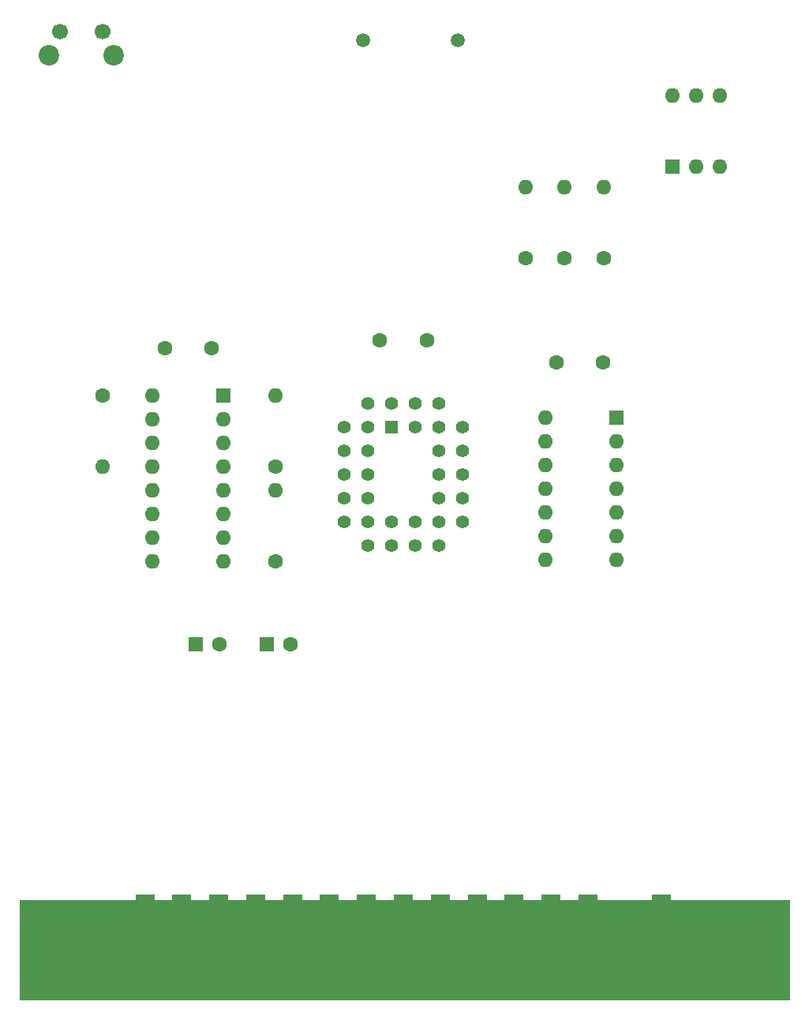
<source format=gbr>
G04 #@! TF.GenerationSoftware,KiCad,Pcbnew,8.0.2*
G04 #@! TF.CreationDate,2025-01-27T22:20:44+01:00*
G04 #@! TF.ProjectId,multicartridge-sst39sf010-topbutton,6d756c74-6963-4617-9274-72696467652d,rev?*
G04 #@! TF.SameCoordinates,Original*
G04 #@! TF.FileFunction,Soldermask,Bot*
G04 #@! TF.FilePolarity,Negative*
%FSLAX46Y46*%
G04 Gerber Fmt 4.6, Leading zero omitted, Abs format (unit mm)*
G04 Created by KiCad (PCBNEW 8.0.2) date 2025-01-27 22:20:44*
%MOMM*%
%LPD*%
G01*
G04 APERTURE LIST*
%ADD10C,0.100000*%
%ADD11O,1.600000X1.600000*%
%ADD12R,1.600000X1.600000*%
%ADD13C,1.500000*%
%ADD14C,2.200000*%
%ADD15C,1.700000*%
%ADD16C,1.600000*%
%ADD17R,2.000000X10.000000*%
%ADD18R,1.422400X1.422400*%
%ADD19C,1.422400*%
G04 APERTURE END LIST*
D10*
X42037000Y-134747000D02*
X124587000Y-134747000D01*
X124587000Y-145415000D01*
X42037000Y-145415000D01*
X42037000Y-134747000D01*
G36*
X42037000Y-134747000D02*
G01*
X124587000Y-134747000D01*
X124587000Y-145415000D01*
X42037000Y-145415000D01*
X42037000Y-134747000D01*
G37*
D11*
X56301000Y-80645000D03*
X56301000Y-83185000D03*
X56301000Y-85725000D03*
X56301000Y-88265000D03*
X56301000Y-90805000D03*
X56301000Y-93345000D03*
X56301000Y-95885000D03*
X56301000Y-98425000D03*
X63921000Y-98425000D03*
X63921000Y-95885000D03*
X63921000Y-93345000D03*
X63921000Y-90805000D03*
X63921000Y-88265000D03*
X63921000Y-85725000D03*
X63921000Y-83185000D03*
D12*
X63921000Y-80645000D03*
D13*
X89027000Y-42545000D03*
X78867000Y-42545000D03*
D14*
X52141000Y-44192000D03*
X45141000Y-44192000D03*
D15*
X50891000Y-41692000D03*
X46391000Y-41692000D03*
D11*
X69469000Y-90805000D03*
D16*
X69469000Y-98425000D03*
D11*
X50927000Y-88265000D03*
D16*
X50927000Y-80645000D03*
D11*
X69469000Y-80645000D03*
D16*
X69469000Y-88265000D03*
D12*
X68540600Y-107315000D03*
D16*
X71040600Y-107315000D03*
X62611000Y-75565000D03*
X57611000Y-75565000D03*
D12*
X60920600Y-107315000D03*
D16*
X63420600Y-107315000D03*
D12*
X112014000Y-56134000D03*
D11*
X114554000Y-56134000D03*
X117094000Y-56134000D03*
X117094000Y-48514000D03*
X114554000Y-48514000D03*
X112014000Y-48514000D03*
D12*
X106045000Y-83058000D03*
D11*
X106045000Y-85598000D03*
X106045000Y-88138000D03*
X106045000Y-90678000D03*
X106045000Y-93218000D03*
X106045000Y-95758000D03*
X106045000Y-98298000D03*
X98425000Y-98298000D03*
X98425000Y-95758000D03*
X98425000Y-93218000D03*
X98425000Y-90678000D03*
X98425000Y-88138000D03*
X98425000Y-85598000D03*
X98425000Y-83058000D03*
D16*
X99647000Y-77143000D03*
X104647000Y-77143000D03*
X85685000Y-74785000D03*
X80685000Y-74785000D03*
D17*
X55465000Y-139192000D03*
X59425000Y-139192000D03*
X63385000Y-139192000D03*
X67345000Y-139192000D03*
X71305000Y-139192000D03*
X75265000Y-139192000D03*
X79225000Y-139192000D03*
X83185000Y-139192000D03*
X87145000Y-139192000D03*
X91105000Y-139192000D03*
X95065000Y-139192000D03*
X99025000Y-139192000D03*
X102985000Y-139192000D03*
X110905000Y-139192000D03*
D16*
X100457000Y-65913000D03*
D11*
X100457000Y-58293000D03*
D16*
X96266000Y-65913000D03*
D11*
X96266000Y-58293000D03*
D16*
X104648000Y-65913000D03*
D11*
X104648000Y-58293000D03*
D18*
X81915000Y-84074000D03*
D19*
X84455000Y-81534000D03*
X84455000Y-84074000D03*
X86995000Y-81534000D03*
X89535000Y-84074000D03*
X86995000Y-84074000D03*
X89535000Y-86614000D03*
X86995000Y-86614000D03*
X89535000Y-89154000D03*
X86995000Y-89154000D03*
X89535000Y-91694000D03*
X86995000Y-91694000D03*
X89535000Y-94234000D03*
X86995000Y-96774000D03*
X86995000Y-94234000D03*
X84455000Y-96774000D03*
X84455000Y-94234000D03*
X81915000Y-96774000D03*
X81915000Y-94234000D03*
X79375000Y-96774000D03*
X76835000Y-94234000D03*
X79375000Y-94234000D03*
X76835000Y-91694000D03*
X79375000Y-91694000D03*
X76835000Y-89154000D03*
X79375000Y-89154000D03*
X76835000Y-86614000D03*
X79375000Y-86614000D03*
X76835000Y-84074000D03*
X79375000Y-81534000D03*
X79375000Y-84074000D03*
X81915000Y-81534000D03*
M02*

</source>
